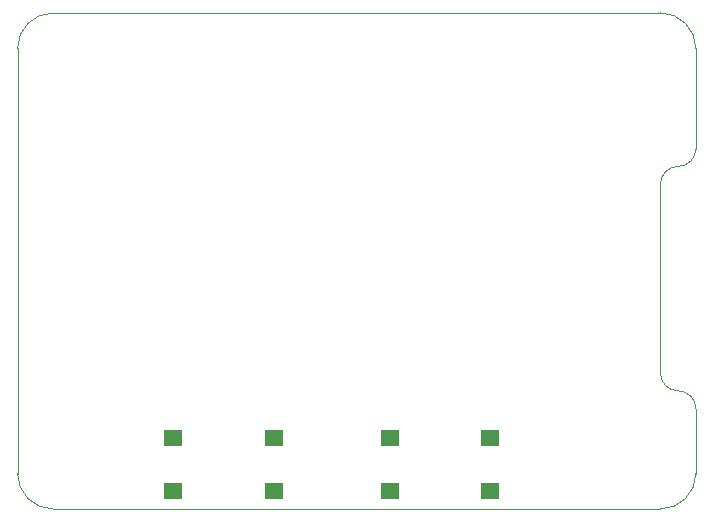
<source format=gbr>
%TF.GenerationSoftware,KiCad,Pcbnew,8.0.1-rc1*%
%TF.CreationDate,2024-04-16T22:30:49-06:00*%
%TF.ProjectId,bitaxe-ESP-OLED,62697461-7865-42d4-9553-502d4f4c4544,rev?*%
%TF.SameCoordinates,Original*%
%TF.FileFunction,Paste,Top*%
%TF.FilePolarity,Positive*%
%FSLAX46Y46*%
G04 Gerber Fmt 4.6, Leading zero omitted, Abs format (unit mm)*
G04 Created by KiCad (PCBNEW 8.0.1-rc1) date 2024-04-16 22:30:49*
%MOMM*%
%LPD*%
G01*
G04 APERTURE LIST*
%ADD10R,1.550000X1.400000*%
%TA.AperFunction,Profile*%
%ADD11C,0.100000*%
%TD*%
G04 APERTURE END LIST*
D10*
%TO.C,SW4*%
X161100000Y-97950000D03*
X169600000Y-102450000D03*
X169600000Y-97950000D03*
X161100000Y-102450000D03*
%TD*%
%TO.C,SW2*%
X142750000Y-97950000D03*
X151250000Y-102450000D03*
X151250000Y-97950000D03*
X142750000Y-102450000D03*
%TD*%
D11*
X132573000Y-104000000D02*
G75*
G02*
X129573000Y-101000000I0J3000000D01*
G01*
X184000000Y-62000000D02*
X132573000Y-62000000D01*
X187000000Y-101000000D02*
G75*
G02*
X184000000Y-104000000I-3000000J0D01*
G01*
X132573000Y-104000000D02*
X184000000Y-104000000D01*
X184000000Y-76500000D02*
G75*
G02*
X185500000Y-75000000I1500000J0D01*
G01*
X184000000Y-62000000D02*
G75*
G02*
X187000000Y-65000000I0J-3000000D01*
G01*
X187000000Y-73500000D02*
X187000000Y-65000000D01*
X187000000Y-95500000D02*
X187000000Y-101000000D01*
X129573000Y-65000000D02*
X129573000Y-101000000D01*
X184000000Y-76500000D02*
X184000000Y-92500000D01*
X129573000Y-65000000D02*
G75*
G02*
X132573000Y-62000000I3000000J0D01*
G01*
X185500000Y-94000000D02*
G75*
G02*
X184000000Y-92500000I0J1500000D01*
G01*
X187000000Y-73500000D02*
G75*
G02*
X185500000Y-75000000I-1500000J0D01*
G01*
X185500000Y-94000000D02*
G75*
G02*
X187000000Y-95500000I0J-1500000D01*
G01*
M02*

</source>
